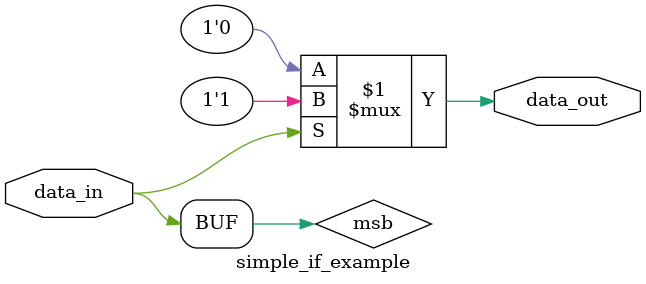
<source format=v>
module simple_if_example (
    input wire data_in,  // input data, width 4 bits
    output wire data_out       // output signal, width 1 bit
);

    // internal signal declarations for continuous assignments
    wire msb;  // most significant bit signal

    // continuous assignment, gets the MSB of data_in
    assign msb = data_in;

    // continuous assignment using if logic
    // Note: in practical Verilog, assign cannot directly include if-else statements,
    // so we use a ternary operator to achieve similar behavior.
    assign data_out = msb ? 1'b1 : 1'b0;


endmodule

</source>
